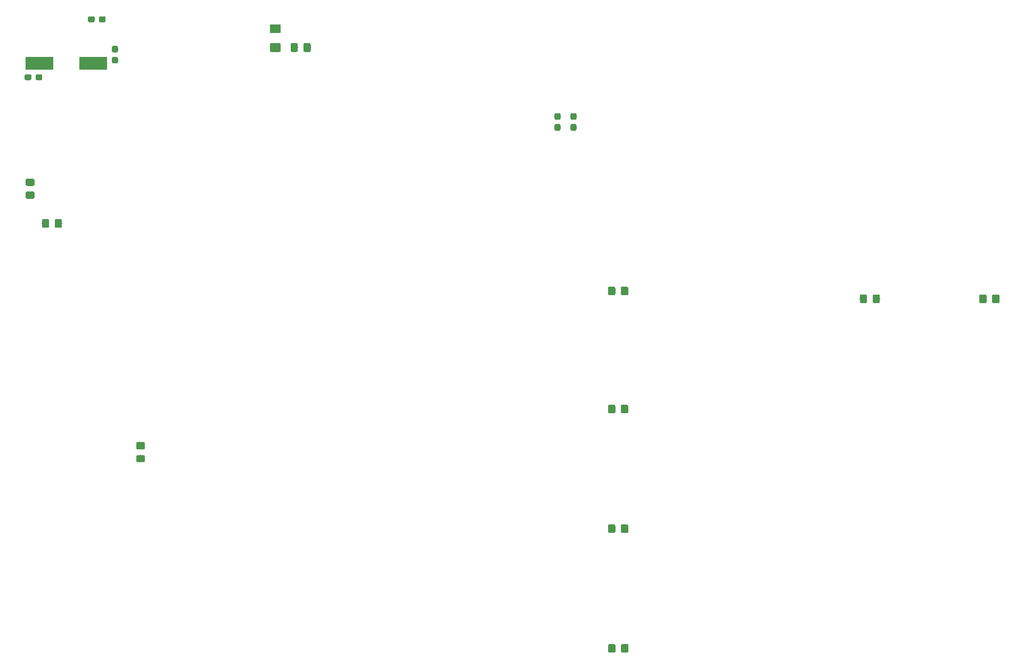
<source format=gtp>
G04 #@! TF.GenerationSoftware,KiCad,Pcbnew,(5.0.0)*
G04 #@! TF.CreationDate,2018-11-03T08:25:57+09:00*
G04 #@! TF.ProjectId,techinup_if,74656368696E75705F69662E6B696361,rev?*
G04 #@! TF.SameCoordinates,Original*
G04 #@! TF.FileFunction,Paste,Top*
G04 #@! TF.FilePolarity,Positive*
%FSLAX46Y46*%
G04 Gerber Fmt 4.6, Leading zero omitted, Abs format (unit mm)*
G04 Created by KiCad (PCBNEW (5.0.0)) date 11/03/18 08:25:57*
%MOMM*%
%LPD*%
G01*
G04 APERTURE LIST*
%ADD10C,0.100000*%
%ADD11C,1.150000*%
%ADD12C,1.425000*%
%ADD13C,0.950000*%
%ADD14R,4.500000X2.000000*%
G04 APERTURE END LIST*
D10*
G04 #@! TO.C,C1*
G36*
X165349505Y-101801204D02*
X165373773Y-101804804D01*
X165397572Y-101810765D01*
X165420671Y-101819030D01*
X165442850Y-101829520D01*
X165463893Y-101842132D01*
X165483599Y-101856747D01*
X165501777Y-101873223D01*
X165518253Y-101891401D01*
X165532868Y-101911107D01*
X165545480Y-101932150D01*
X165555970Y-101954329D01*
X165564235Y-101977428D01*
X165570196Y-102001227D01*
X165573796Y-102025495D01*
X165575000Y-102049999D01*
X165575000Y-102950001D01*
X165573796Y-102974505D01*
X165570196Y-102998773D01*
X165564235Y-103022572D01*
X165555970Y-103045671D01*
X165545480Y-103067850D01*
X165532868Y-103088893D01*
X165518253Y-103108599D01*
X165501777Y-103126777D01*
X165483599Y-103143253D01*
X165463893Y-103157868D01*
X165442850Y-103170480D01*
X165420671Y-103180970D01*
X165397572Y-103189235D01*
X165373773Y-103195196D01*
X165349505Y-103198796D01*
X165325001Y-103200000D01*
X164674999Y-103200000D01*
X164650495Y-103198796D01*
X164626227Y-103195196D01*
X164602428Y-103189235D01*
X164579329Y-103180970D01*
X164557150Y-103170480D01*
X164536107Y-103157868D01*
X164516401Y-103143253D01*
X164498223Y-103126777D01*
X164481747Y-103108599D01*
X164467132Y-103088893D01*
X164454520Y-103067850D01*
X164444030Y-103045671D01*
X164435765Y-103022572D01*
X164429804Y-102998773D01*
X164426204Y-102974505D01*
X164425000Y-102950001D01*
X164425000Y-102049999D01*
X164426204Y-102025495D01*
X164429804Y-102001227D01*
X164435765Y-101977428D01*
X164444030Y-101954329D01*
X164454520Y-101932150D01*
X164467132Y-101911107D01*
X164481747Y-101891401D01*
X164498223Y-101873223D01*
X164516401Y-101856747D01*
X164536107Y-101842132D01*
X164557150Y-101829520D01*
X164579329Y-101819030D01*
X164602428Y-101810765D01*
X164626227Y-101804804D01*
X164650495Y-101801204D01*
X164674999Y-101800000D01*
X165325001Y-101800000D01*
X165349505Y-101801204D01*
X165349505Y-101801204D01*
G37*
D11*
X165000000Y-102500000D03*
D10*
G36*
X167399505Y-101801204D02*
X167423773Y-101804804D01*
X167447572Y-101810765D01*
X167470671Y-101819030D01*
X167492850Y-101829520D01*
X167513893Y-101842132D01*
X167533599Y-101856747D01*
X167551777Y-101873223D01*
X167568253Y-101891401D01*
X167582868Y-101911107D01*
X167595480Y-101932150D01*
X167605970Y-101954329D01*
X167614235Y-101977428D01*
X167620196Y-102001227D01*
X167623796Y-102025495D01*
X167625000Y-102049999D01*
X167625000Y-102950001D01*
X167623796Y-102974505D01*
X167620196Y-102998773D01*
X167614235Y-103022572D01*
X167605970Y-103045671D01*
X167595480Y-103067850D01*
X167582868Y-103088893D01*
X167568253Y-103108599D01*
X167551777Y-103126777D01*
X167533599Y-103143253D01*
X167513893Y-103157868D01*
X167492850Y-103170480D01*
X167470671Y-103180970D01*
X167447572Y-103189235D01*
X167423773Y-103195196D01*
X167399505Y-103198796D01*
X167375001Y-103200000D01*
X166724999Y-103200000D01*
X166700495Y-103198796D01*
X166676227Y-103195196D01*
X166652428Y-103189235D01*
X166629329Y-103180970D01*
X166607150Y-103170480D01*
X166586107Y-103157868D01*
X166566401Y-103143253D01*
X166548223Y-103126777D01*
X166531747Y-103108599D01*
X166517132Y-103088893D01*
X166504520Y-103067850D01*
X166494030Y-103045671D01*
X166485765Y-103022572D01*
X166479804Y-102998773D01*
X166476204Y-102974505D01*
X166475000Y-102950001D01*
X166475000Y-102049999D01*
X166476204Y-102025495D01*
X166479804Y-102001227D01*
X166485765Y-101977428D01*
X166494030Y-101954329D01*
X166504520Y-101932150D01*
X166517132Y-101911107D01*
X166531747Y-101891401D01*
X166548223Y-101873223D01*
X166566401Y-101856747D01*
X166586107Y-101842132D01*
X166607150Y-101829520D01*
X166629329Y-101819030D01*
X166652428Y-101810765D01*
X166676227Y-101804804D01*
X166700495Y-101801204D01*
X166724999Y-101800000D01*
X167375001Y-101800000D01*
X167399505Y-101801204D01*
X167399505Y-101801204D01*
G37*
D11*
X167050000Y-102500000D03*
G04 #@! TD*
D10*
G04 #@! TO.C,C2*
G36*
X184349505Y-101801204D02*
X184373773Y-101804804D01*
X184397572Y-101810765D01*
X184420671Y-101819030D01*
X184442850Y-101829520D01*
X184463893Y-101842132D01*
X184483599Y-101856747D01*
X184501777Y-101873223D01*
X184518253Y-101891401D01*
X184532868Y-101911107D01*
X184545480Y-101932150D01*
X184555970Y-101954329D01*
X184564235Y-101977428D01*
X184570196Y-102001227D01*
X184573796Y-102025495D01*
X184575000Y-102049999D01*
X184575000Y-102950001D01*
X184573796Y-102974505D01*
X184570196Y-102998773D01*
X184564235Y-103022572D01*
X184555970Y-103045671D01*
X184545480Y-103067850D01*
X184532868Y-103088893D01*
X184518253Y-103108599D01*
X184501777Y-103126777D01*
X184483599Y-103143253D01*
X184463893Y-103157868D01*
X184442850Y-103170480D01*
X184420671Y-103180970D01*
X184397572Y-103189235D01*
X184373773Y-103195196D01*
X184349505Y-103198796D01*
X184325001Y-103200000D01*
X183674999Y-103200000D01*
X183650495Y-103198796D01*
X183626227Y-103195196D01*
X183602428Y-103189235D01*
X183579329Y-103180970D01*
X183557150Y-103170480D01*
X183536107Y-103157868D01*
X183516401Y-103143253D01*
X183498223Y-103126777D01*
X183481747Y-103108599D01*
X183467132Y-103088893D01*
X183454520Y-103067850D01*
X183444030Y-103045671D01*
X183435765Y-103022572D01*
X183429804Y-102998773D01*
X183426204Y-102974505D01*
X183425000Y-102950001D01*
X183425000Y-102049999D01*
X183426204Y-102025495D01*
X183429804Y-102001227D01*
X183435765Y-101977428D01*
X183444030Y-101954329D01*
X183454520Y-101932150D01*
X183467132Y-101911107D01*
X183481747Y-101891401D01*
X183498223Y-101873223D01*
X183516401Y-101856747D01*
X183536107Y-101842132D01*
X183557150Y-101829520D01*
X183579329Y-101819030D01*
X183602428Y-101810765D01*
X183626227Y-101804804D01*
X183650495Y-101801204D01*
X183674999Y-101800000D01*
X184325001Y-101800000D01*
X184349505Y-101801204D01*
X184349505Y-101801204D01*
G37*
D11*
X184000000Y-102500000D03*
D10*
G36*
X186399505Y-101801204D02*
X186423773Y-101804804D01*
X186447572Y-101810765D01*
X186470671Y-101819030D01*
X186492850Y-101829520D01*
X186513893Y-101842132D01*
X186533599Y-101856747D01*
X186551777Y-101873223D01*
X186568253Y-101891401D01*
X186582868Y-101911107D01*
X186595480Y-101932150D01*
X186605970Y-101954329D01*
X186614235Y-101977428D01*
X186620196Y-102001227D01*
X186623796Y-102025495D01*
X186625000Y-102049999D01*
X186625000Y-102950001D01*
X186623796Y-102974505D01*
X186620196Y-102998773D01*
X186614235Y-103022572D01*
X186605970Y-103045671D01*
X186595480Y-103067850D01*
X186582868Y-103088893D01*
X186568253Y-103108599D01*
X186551777Y-103126777D01*
X186533599Y-103143253D01*
X186513893Y-103157868D01*
X186492850Y-103170480D01*
X186470671Y-103180970D01*
X186447572Y-103189235D01*
X186423773Y-103195196D01*
X186399505Y-103198796D01*
X186375001Y-103200000D01*
X185724999Y-103200000D01*
X185700495Y-103198796D01*
X185676227Y-103195196D01*
X185652428Y-103189235D01*
X185629329Y-103180970D01*
X185607150Y-103170480D01*
X185586107Y-103157868D01*
X185566401Y-103143253D01*
X185548223Y-103126777D01*
X185531747Y-103108599D01*
X185517132Y-103088893D01*
X185504520Y-103067850D01*
X185494030Y-103045671D01*
X185485765Y-103022572D01*
X185479804Y-102998773D01*
X185476204Y-102974505D01*
X185475000Y-102950001D01*
X185475000Y-102049999D01*
X185476204Y-102025495D01*
X185479804Y-102001227D01*
X185485765Y-101977428D01*
X185494030Y-101954329D01*
X185504520Y-101932150D01*
X185517132Y-101911107D01*
X185531747Y-101891401D01*
X185548223Y-101873223D01*
X185566401Y-101856747D01*
X185586107Y-101842132D01*
X185607150Y-101829520D01*
X185629329Y-101819030D01*
X185652428Y-101810765D01*
X185676227Y-101804804D01*
X185700495Y-101801204D01*
X185724999Y-101800000D01*
X186375001Y-101800000D01*
X186399505Y-101801204D01*
X186399505Y-101801204D01*
G37*
D11*
X186050000Y-102500000D03*
G04 #@! TD*
D10*
G04 #@! TO.C,C3*
G36*
X50540505Y-125324204D02*
X50564773Y-125327804D01*
X50588572Y-125333765D01*
X50611671Y-125342030D01*
X50633850Y-125352520D01*
X50654893Y-125365132D01*
X50674599Y-125379747D01*
X50692777Y-125396223D01*
X50709253Y-125414401D01*
X50723868Y-125434107D01*
X50736480Y-125455150D01*
X50746970Y-125477329D01*
X50755235Y-125500428D01*
X50761196Y-125524227D01*
X50764796Y-125548495D01*
X50766000Y-125572999D01*
X50766000Y-126223001D01*
X50764796Y-126247505D01*
X50761196Y-126271773D01*
X50755235Y-126295572D01*
X50746970Y-126318671D01*
X50736480Y-126340850D01*
X50723868Y-126361893D01*
X50709253Y-126381599D01*
X50692777Y-126399777D01*
X50674599Y-126416253D01*
X50654893Y-126430868D01*
X50633850Y-126443480D01*
X50611671Y-126453970D01*
X50588572Y-126462235D01*
X50564773Y-126468196D01*
X50540505Y-126471796D01*
X50516001Y-126473000D01*
X49615999Y-126473000D01*
X49591495Y-126471796D01*
X49567227Y-126468196D01*
X49543428Y-126462235D01*
X49520329Y-126453970D01*
X49498150Y-126443480D01*
X49477107Y-126430868D01*
X49457401Y-126416253D01*
X49439223Y-126399777D01*
X49422747Y-126381599D01*
X49408132Y-126361893D01*
X49395520Y-126340850D01*
X49385030Y-126318671D01*
X49376765Y-126295572D01*
X49370804Y-126271773D01*
X49367204Y-126247505D01*
X49366000Y-126223001D01*
X49366000Y-125572999D01*
X49367204Y-125548495D01*
X49370804Y-125524227D01*
X49376765Y-125500428D01*
X49385030Y-125477329D01*
X49395520Y-125455150D01*
X49408132Y-125434107D01*
X49422747Y-125414401D01*
X49439223Y-125396223D01*
X49457401Y-125379747D01*
X49477107Y-125365132D01*
X49498150Y-125352520D01*
X49520329Y-125342030D01*
X49543428Y-125333765D01*
X49567227Y-125327804D01*
X49591495Y-125324204D01*
X49615999Y-125323000D01*
X50516001Y-125323000D01*
X50540505Y-125324204D01*
X50540505Y-125324204D01*
G37*
D11*
X50066000Y-125898000D03*
D10*
G36*
X50540505Y-127374204D02*
X50564773Y-127377804D01*
X50588572Y-127383765D01*
X50611671Y-127392030D01*
X50633850Y-127402520D01*
X50654893Y-127415132D01*
X50674599Y-127429747D01*
X50692777Y-127446223D01*
X50709253Y-127464401D01*
X50723868Y-127484107D01*
X50736480Y-127505150D01*
X50746970Y-127527329D01*
X50755235Y-127550428D01*
X50761196Y-127574227D01*
X50764796Y-127598495D01*
X50766000Y-127622999D01*
X50766000Y-128273001D01*
X50764796Y-128297505D01*
X50761196Y-128321773D01*
X50755235Y-128345572D01*
X50746970Y-128368671D01*
X50736480Y-128390850D01*
X50723868Y-128411893D01*
X50709253Y-128431599D01*
X50692777Y-128449777D01*
X50674599Y-128466253D01*
X50654893Y-128480868D01*
X50633850Y-128493480D01*
X50611671Y-128503970D01*
X50588572Y-128512235D01*
X50564773Y-128518196D01*
X50540505Y-128521796D01*
X50516001Y-128523000D01*
X49615999Y-128523000D01*
X49591495Y-128521796D01*
X49567227Y-128518196D01*
X49543428Y-128512235D01*
X49520329Y-128503970D01*
X49498150Y-128493480D01*
X49477107Y-128480868D01*
X49457401Y-128466253D01*
X49439223Y-128449777D01*
X49422747Y-128431599D01*
X49408132Y-128411893D01*
X49395520Y-128390850D01*
X49385030Y-128368671D01*
X49376765Y-128345572D01*
X49370804Y-128321773D01*
X49367204Y-128297505D01*
X49366000Y-128273001D01*
X49366000Y-127622999D01*
X49367204Y-127598495D01*
X49370804Y-127574227D01*
X49376765Y-127550428D01*
X49385030Y-127527329D01*
X49395520Y-127505150D01*
X49408132Y-127484107D01*
X49422747Y-127464401D01*
X49439223Y-127446223D01*
X49457401Y-127429747D01*
X49477107Y-127415132D01*
X49498150Y-127402520D01*
X49520329Y-127392030D01*
X49543428Y-127383765D01*
X49567227Y-127377804D01*
X49591495Y-127374204D01*
X49615999Y-127373000D01*
X50516001Y-127373000D01*
X50540505Y-127374204D01*
X50540505Y-127374204D01*
G37*
D11*
X50066000Y-127948000D03*
G04 #@! TD*
D10*
G04 #@! TO.C,C4*
G36*
X125327505Y-100561204D02*
X125351773Y-100564804D01*
X125375572Y-100570765D01*
X125398671Y-100579030D01*
X125420850Y-100589520D01*
X125441893Y-100602132D01*
X125461599Y-100616747D01*
X125479777Y-100633223D01*
X125496253Y-100651401D01*
X125510868Y-100671107D01*
X125523480Y-100692150D01*
X125533970Y-100714329D01*
X125542235Y-100737428D01*
X125548196Y-100761227D01*
X125551796Y-100785495D01*
X125553000Y-100809999D01*
X125553000Y-101710001D01*
X125551796Y-101734505D01*
X125548196Y-101758773D01*
X125542235Y-101782572D01*
X125533970Y-101805671D01*
X125523480Y-101827850D01*
X125510868Y-101848893D01*
X125496253Y-101868599D01*
X125479777Y-101886777D01*
X125461599Y-101903253D01*
X125441893Y-101917868D01*
X125420850Y-101930480D01*
X125398671Y-101940970D01*
X125375572Y-101949235D01*
X125351773Y-101955196D01*
X125327505Y-101958796D01*
X125303001Y-101960000D01*
X124652999Y-101960000D01*
X124628495Y-101958796D01*
X124604227Y-101955196D01*
X124580428Y-101949235D01*
X124557329Y-101940970D01*
X124535150Y-101930480D01*
X124514107Y-101917868D01*
X124494401Y-101903253D01*
X124476223Y-101886777D01*
X124459747Y-101868599D01*
X124445132Y-101848893D01*
X124432520Y-101827850D01*
X124422030Y-101805671D01*
X124413765Y-101782572D01*
X124407804Y-101758773D01*
X124404204Y-101734505D01*
X124403000Y-101710001D01*
X124403000Y-100809999D01*
X124404204Y-100785495D01*
X124407804Y-100761227D01*
X124413765Y-100737428D01*
X124422030Y-100714329D01*
X124432520Y-100692150D01*
X124445132Y-100671107D01*
X124459747Y-100651401D01*
X124476223Y-100633223D01*
X124494401Y-100616747D01*
X124514107Y-100602132D01*
X124535150Y-100589520D01*
X124557329Y-100579030D01*
X124580428Y-100570765D01*
X124604227Y-100564804D01*
X124628495Y-100561204D01*
X124652999Y-100560000D01*
X125303001Y-100560000D01*
X125327505Y-100561204D01*
X125327505Y-100561204D01*
G37*
D11*
X124978000Y-101260000D03*
D10*
G36*
X127377505Y-100561204D02*
X127401773Y-100564804D01*
X127425572Y-100570765D01*
X127448671Y-100579030D01*
X127470850Y-100589520D01*
X127491893Y-100602132D01*
X127511599Y-100616747D01*
X127529777Y-100633223D01*
X127546253Y-100651401D01*
X127560868Y-100671107D01*
X127573480Y-100692150D01*
X127583970Y-100714329D01*
X127592235Y-100737428D01*
X127598196Y-100761227D01*
X127601796Y-100785495D01*
X127603000Y-100809999D01*
X127603000Y-101710001D01*
X127601796Y-101734505D01*
X127598196Y-101758773D01*
X127592235Y-101782572D01*
X127583970Y-101805671D01*
X127573480Y-101827850D01*
X127560868Y-101848893D01*
X127546253Y-101868599D01*
X127529777Y-101886777D01*
X127511599Y-101903253D01*
X127491893Y-101917868D01*
X127470850Y-101930480D01*
X127448671Y-101940970D01*
X127425572Y-101949235D01*
X127401773Y-101955196D01*
X127377505Y-101958796D01*
X127353001Y-101960000D01*
X126702999Y-101960000D01*
X126678495Y-101958796D01*
X126654227Y-101955196D01*
X126630428Y-101949235D01*
X126607329Y-101940970D01*
X126585150Y-101930480D01*
X126564107Y-101917868D01*
X126544401Y-101903253D01*
X126526223Y-101886777D01*
X126509747Y-101868599D01*
X126495132Y-101848893D01*
X126482520Y-101827850D01*
X126472030Y-101805671D01*
X126463765Y-101782572D01*
X126457804Y-101758773D01*
X126454204Y-101734505D01*
X126453000Y-101710001D01*
X126453000Y-100809999D01*
X126454204Y-100785495D01*
X126457804Y-100761227D01*
X126463765Y-100737428D01*
X126472030Y-100714329D01*
X126482520Y-100692150D01*
X126495132Y-100671107D01*
X126509747Y-100651401D01*
X126526223Y-100633223D01*
X126544401Y-100616747D01*
X126564107Y-100602132D01*
X126585150Y-100589520D01*
X126607329Y-100579030D01*
X126630428Y-100570765D01*
X126654227Y-100564804D01*
X126678495Y-100561204D01*
X126702999Y-100560000D01*
X127353001Y-100560000D01*
X127377505Y-100561204D01*
X127377505Y-100561204D01*
G37*
D11*
X127028000Y-101260000D03*
G04 #@! TD*
D10*
G04 #@! TO.C,C5*
G36*
X125327505Y-119357204D02*
X125351773Y-119360804D01*
X125375572Y-119366765D01*
X125398671Y-119375030D01*
X125420850Y-119385520D01*
X125441893Y-119398132D01*
X125461599Y-119412747D01*
X125479777Y-119429223D01*
X125496253Y-119447401D01*
X125510868Y-119467107D01*
X125523480Y-119488150D01*
X125533970Y-119510329D01*
X125542235Y-119533428D01*
X125548196Y-119557227D01*
X125551796Y-119581495D01*
X125553000Y-119605999D01*
X125553000Y-120506001D01*
X125551796Y-120530505D01*
X125548196Y-120554773D01*
X125542235Y-120578572D01*
X125533970Y-120601671D01*
X125523480Y-120623850D01*
X125510868Y-120644893D01*
X125496253Y-120664599D01*
X125479777Y-120682777D01*
X125461599Y-120699253D01*
X125441893Y-120713868D01*
X125420850Y-120726480D01*
X125398671Y-120736970D01*
X125375572Y-120745235D01*
X125351773Y-120751196D01*
X125327505Y-120754796D01*
X125303001Y-120756000D01*
X124652999Y-120756000D01*
X124628495Y-120754796D01*
X124604227Y-120751196D01*
X124580428Y-120745235D01*
X124557329Y-120736970D01*
X124535150Y-120726480D01*
X124514107Y-120713868D01*
X124494401Y-120699253D01*
X124476223Y-120682777D01*
X124459747Y-120664599D01*
X124445132Y-120644893D01*
X124432520Y-120623850D01*
X124422030Y-120601671D01*
X124413765Y-120578572D01*
X124407804Y-120554773D01*
X124404204Y-120530505D01*
X124403000Y-120506001D01*
X124403000Y-119605999D01*
X124404204Y-119581495D01*
X124407804Y-119557227D01*
X124413765Y-119533428D01*
X124422030Y-119510329D01*
X124432520Y-119488150D01*
X124445132Y-119467107D01*
X124459747Y-119447401D01*
X124476223Y-119429223D01*
X124494401Y-119412747D01*
X124514107Y-119398132D01*
X124535150Y-119385520D01*
X124557329Y-119375030D01*
X124580428Y-119366765D01*
X124604227Y-119360804D01*
X124628495Y-119357204D01*
X124652999Y-119356000D01*
X125303001Y-119356000D01*
X125327505Y-119357204D01*
X125327505Y-119357204D01*
G37*
D11*
X124978000Y-120056000D03*
D10*
G36*
X127377505Y-119357204D02*
X127401773Y-119360804D01*
X127425572Y-119366765D01*
X127448671Y-119375030D01*
X127470850Y-119385520D01*
X127491893Y-119398132D01*
X127511599Y-119412747D01*
X127529777Y-119429223D01*
X127546253Y-119447401D01*
X127560868Y-119467107D01*
X127573480Y-119488150D01*
X127583970Y-119510329D01*
X127592235Y-119533428D01*
X127598196Y-119557227D01*
X127601796Y-119581495D01*
X127603000Y-119605999D01*
X127603000Y-120506001D01*
X127601796Y-120530505D01*
X127598196Y-120554773D01*
X127592235Y-120578572D01*
X127583970Y-120601671D01*
X127573480Y-120623850D01*
X127560868Y-120644893D01*
X127546253Y-120664599D01*
X127529777Y-120682777D01*
X127511599Y-120699253D01*
X127491893Y-120713868D01*
X127470850Y-120726480D01*
X127448671Y-120736970D01*
X127425572Y-120745235D01*
X127401773Y-120751196D01*
X127377505Y-120754796D01*
X127353001Y-120756000D01*
X126702999Y-120756000D01*
X126678495Y-120754796D01*
X126654227Y-120751196D01*
X126630428Y-120745235D01*
X126607329Y-120736970D01*
X126585150Y-120726480D01*
X126564107Y-120713868D01*
X126544401Y-120699253D01*
X126526223Y-120682777D01*
X126509747Y-120664599D01*
X126495132Y-120644893D01*
X126482520Y-120623850D01*
X126472030Y-120601671D01*
X126463765Y-120578572D01*
X126457804Y-120554773D01*
X126454204Y-120530505D01*
X126453000Y-120506001D01*
X126453000Y-119605999D01*
X126454204Y-119581495D01*
X126457804Y-119557227D01*
X126463765Y-119533428D01*
X126472030Y-119510329D01*
X126482520Y-119488150D01*
X126495132Y-119467107D01*
X126509747Y-119447401D01*
X126526223Y-119429223D01*
X126544401Y-119412747D01*
X126564107Y-119398132D01*
X126585150Y-119385520D01*
X126607329Y-119375030D01*
X126630428Y-119366765D01*
X126654227Y-119360804D01*
X126678495Y-119357204D01*
X126702999Y-119356000D01*
X127353001Y-119356000D01*
X127377505Y-119357204D01*
X127377505Y-119357204D01*
G37*
D11*
X127028000Y-120056000D03*
G04 #@! TD*
D10*
G04 #@! TO.C,C6*
G36*
X125327505Y-138407204D02*
X125351773Y-138410804D01*
X125375572Y-138416765D01*
X125398671Y-138425030D01*
X125420850Y-138435520D01*
X125441893Y-138448132D01*
X125461599Y-138462747D01*
X125479777Y-138479223D01*
X125496253Y-138497401D01*
X125510868Y-138517107D01*
X125523480Y-138538150D01*
X125533970Y-138560329D01*
X125542235Y-138583428D01*
X125548196Y-138607227D01*
X125551796Y-138631495D01*
X125553000Y-138655999D01*
X125553000Y-139556001D01*
X125551796Y-139580505D01*
X125548196Y-139604773D01*
X125542235Y-139628572D01*
X125533970Y-139651671D01*
X125523480Y-139673850D01*
X125510868Y-139694893D01*
X125496253Y-139714599D01*
X125479777Y-139732777D01*
X125461599Y-139749253D01*
X125441893Y-139763868D01*
X125420850Y-139776480D01*
X125398671Y-139786970D01*
X125375572Y-139795235D01*
X125351773Y-139801196D01*
X125327505Y-139804796D01*
X125303001Y-139806000D01*
X124652999Y-139806000D01*
X124628495Y-139804796D01*
X124604227Y-139801196D01*
X124580428Y-139795235D01*
X124557329Y-139786970D01*
X124535150Y-139776480D01*
X124514107Y-139763868D01*
X124494401Y-139749253D01*
X124476223Y-139732777D01*
X124459747Y-139714599D01*
X124445132Y-139694893D01*
X124432520Y-139673850D01*
X124422030Y-139651671D01*
X124413765Y-139628572D01*
X124407804Y-139604773D01*
X124404204Y-139580505D01*
X124403000Y-139556001D01*
X124403000Y-138655999D01*
X124404204Y-138631495D01*
X124407804Y-138607227D01*
X124413765Y-138583428D01*
X124422030Y-138560329D01*
X124432520Y-138538150D01*
X124445132Y-138517107D01*
X124459747Y-138497401D01*
X124476223Y-138479223D01*
X124494401Y-138462747D01*
X124514107Y-138448132D01*
X124535150Y-138435520D01*
X124557329Y-138425030D01*
X124580428Y-138416765D01*
X124604227Y-138410804D01*
X124628495Y-138407204D01*
X124652999Y-138406000D01*
X125303001Y-138406000D01*
X125327505Y-138407204D01*
X125327505Y-138407204D01*
G37*
D11*
X124978000Y-139106000D03*
D10*
G36*
X127377505Y-138407204D02*
X127401773Y-138410804D01*
X127425572Y-138416765D01*
X127448671Y-138425030D01*
X127470850Y-138435520D01*
X127491893Y-138448132D01*
X127511599Y-138462747D01*
X127529777Y-138479223D01*
X127546253Y-138497401D01*
X127560868Y-138517107D01*
X127573480Y-138538150D01*
X127583970Y-138560329D01*
X127592235Y-138583428D01*
X127598196Y-138607227D01*
X127601796Y-138631495D01*
X127603000Y-138655999D01*
X127603000Y-139556001D01*
X127601796Y-139580505D01*
X127598196Y-139604773D01*
X127592235Y-139628572D01*
X127583970Y-139651671D01*
X127573480Y-139673850D01*
X127560868Y-139694893D01*
X127546253Y-139714599D01*
X127529777Y-139732777D01*
X127511599Y-139749253D01*
X127491893Y-139763868D01*
X127470850Y-139776480D01*
X127448671Y-139786970D01*
X127425572Y-139795235D01*
X127401773Y-139801196D01*
X127377505Y-139804796D01*
X127353001Y-139806000D01*
X126702999Y-139806000D01*
X126678495Y-139804796D01*
X126654227Y-139801196D01*
X126630428Y-139795235D01*
X126607329Y-139786970D01*
X126585150Y-139776480D01*
X126564107Y-139763868D01*
X126544401Y-139749253D01*
X126526223Y-139732777D01*
X126509747Y-139714599D01*
X126495132Y-139694893D01*
X126482520Y-139673850D01*
X126472030Y-139651671D01*
X126463765Y-139628572D01*
X126457804Y-139604773D01*
X126454204Y-139580505D01*
X126453000Y-139556001D01*
X126453000Y-138655999D01*
X126454204Y-138631495D01*
X126457804Y-138607227D01*
X126463765Y-138583428D01*
X126472030Y-138560329D01*
X126482520Y-138538150D01*
X126495132Y-138517107D01*
X126509747Y-138497401D01*
X126526223Y-138479223D01*
X126544401Y-138462747D01*
X126564107Y-138448132D01*
X126585150Y-138435520D01*
X126607329Y-138425030D01*
X126630428Y-138416765D01*
X126654227Y-138410804D01*
X126678495Y-138407204D01*
X126702999Y-138406000D01*
X127353001Y-138406000D01*
X127377505Y-138407204D01*
X127377505Y-138407204D01*
G37*
D11*
X127028000Y-139106000D03*
G04 #@! TD*
D10*
G04 #@! TO.C,C7*
G36*
X125349505Y-157457204D02*
X125373773Y-157460804D01*
X125397572Y-157466765D01*
X125420671Y-157475030D01*
X125442850Y-157485520D01*
X125463893Y-157498132D01*
X125483599Y-157512747D01*
X125501777Y-157529223D01*
X125518253Y-157547401D01*
X125532868Y-157567107D01*
X125545480Y-157588150D01*
X125555970Y-157610329D01*
X125564235Y-157633428D01*
X125570196Y-157657227D01*
X125573796Y-157681495D01*
X125575000Y-157705999D01*
X125575000Y-158606001D01*
X125573796Y-158630505D01*
X125570196Y-158654773D01*
X125564235Y-158678572D01*
X125555970Y-158701671D01*
X125545480Y-158723850D01*
X125532868Y-158744893D01*
X125518253Y-158764599D01*
X125501777Y-158782777D01*
X125483599Y-158799253D01*
X125463893Y-158813868D01*
X125442850Y-158826480D01*
X125420671Y-158836970D01*
X125397572Y-158845235D01*
X125373773Y-158851196D01*
X125349505Y-158854796D01*
X125325001Y-158856000D01*
X124674999Y-158856000D01*
X124650495Y-158854796D01*
X124626227Y-158851196D01*
X124602428Y-158845235D01*
X124579329Y-158836970D01*
X124557150Y-158826480D01*
X124536107Y-158813868D01*
X124516401Y-158799253D01*
X124498223Y-158782777D01*
X124481747Y-158764599D01*
X124467132Y-158744893D01*
X124454520Y-158723850D01*
X124444030Y-158701671D01*
X124435765Y-158678572D01*
X124429804Y-158654773D01*
X124426204Y-158630505D01*
X124425000Y-158606001D01*
X124425000Y-157705999D01*
X124426204Y-157681495D01*
X124429804Y-157657227D01*
X124435765Y-157633428D01*
X124444030Y-157610329D01*
X124454520Y-157588150D01*
X124467132Y-157567107D01*
X124481747Y-157547401D01*
X124498223Y-157529223D01*
X124516401Y-157512747D01*
X124536107Y-157498132D01*
X124557150Y-157485520D01*
X124579329Y-157475030D01*
X124602428Y-157466765D01*
X124626227Y-157460804D01*
X124650495Y-157457204D01*
X124674999Y-157456000D01*
X125325001Y-157456000D01*
X125349505Y-157457204D01*
X125349505Y-157457204D01*
G37*
D11*
X125000000Y-158156000D03*
D10*
G36*
X127399505Y-157457204D02*
X127423773Y-157460804D01*
X127447572Y-157466765D01*
X127470671Y-157475030D01*
X127492850Y-157485520D01*
X127513893Y-157498132D01*
X127533599Y-157512747D01*
X127551777Y-157529223D01*
X127568253Y-157547401D01*
X127582868Y-157567107D01*
X127595480Y-157588150D01*
X127605970Y-157610329D01*
X127614235Y-157633428D01*
X127620196Y-157657227D01*
X127623796Y-157681495D01*
X127625000Y-157705999D01*
X127625000Y-158606001D01*
X127623796Y-158630505D01*
X127620196Y-158654773D01*
X127614235Y-158678572D01*
X127605970Y-158701671D01*
X127595480Y-158723850D01*
X127582868Y-158744893D01*
X127568253Y-158764599D01*
X127551777Y-158782777D01*
X127533599Y-158799253D01*
X127513893Y-158813868D01*
X127492850Y-158826480D01*
X127470671Y-158836970D01*
X127447572Y-158845235D01*
X127423773Y-158851196D01*
X127399505Y-158854796D01*
X127375001Y-158856000D01*
X126724999Y-158856000D01*
X126700495Y-158854796D01*
X126676227Y-158851196D01*
X126652428Y-158845235D01*
X126629329Y-158836970D01*
X126607150Y-158826480D01*
X126586107Y-158813868D01*
X126566401Y-158799253D01*
X126548223Y-158782777D01*
X126531747Y-158764599D01*
X126517132Y-158744893D01*
X126504520Y-158723850D01*
X126494030Y-158701671D01*
X126485765Y-158678572D01*
X126479804Y-158654773D01*
X126476204Y-158630505D01*
X126475000Y-158606001D01*
X126475000Y-157705999D01*
X126476204Y-157681495D01*
X126479804Y-157657227D01*
X126485765Y-157633428D01*
X126494030Y-157610329D01*
X126504520Y-157588150D01*
X126517132Y-157567107D01*
X126531747Y-157547401D01*
X126548223Y-157529223D01*
X126566401Y-157512747D01*
X126586107Y-157498132D01*
X126607150Y-157485520D01*
X126629329Y-157475030D01*
X126652428Y-157466765D01*
X126676227Y-157460804D01*
X126700495Y-157457204D01*
X126724999Y-157456000D01*
X127375001Y-157456000D01*
X127399505Y-157457204D01*
X127399505Y-157457204D01*
G37*
D11*
X127050000Y-158156000D03*
G04 #@! TD*
D10*
G04 #@! TO.C,C12*
G36*
X72149504Y-58788704D02*
X72173773Y-58792304D01*
X72197571Y-58798265D01*
X72220671Y-58806530D01*
X72242849Y-58817020D01*
X72263893Y-58829633D01*
X72283598Y-58844247D01*
X72301777Y-58860723D01*
X72318253Y-58878902D01*
X72332867Y-58898607D01*
X72345480Y-58919651D01*
X72355970Y-58941829D01*
X72364235Y-58964929D01*
X72370196Y-58988727D01*
X72373796Y-59012996D01*
X72375000Y-59037500D01*
X72375000Y-59962500D01*
X72373796Y-59987004D01*
X72370196Y-60011273D01*
X72364235Y-60035071D01*
X72355970Y-60058171D01*
X72345480Y-60080349D01*
X72332867Y-60101393D01*
X72318253Y-60121098D01*
X72301777Y-60139277D01*
X72283598Y-60155753D01*
X72263893Y-60170367D01*
X72242849Y-60182980D01*
X72220671Y-60193470D01*
X72197571Y-60201735D01*
X72173773Y-60207696D01*
X72149504Y-60211296D01*
X72125000Y-60212500D01*
X70875000Y-60212500D01*
X70850496Y-60211296D01*
X70826227Y-60207696D01*
X70802429Y-60201735D01*
X70779329Y-60193470D01*
X70757151Y-60182980D01*
X70736107Y-60170367D01*
X70716402Y-60155753D01*
X70698223Y-60139277D01*
X70681747Y-60121098D01*
X70667133Y-60101393D01*
X70654520Y-60080349D01*
X70644030Y-60058171D01*
X70635765Y-60035071D01*
X70629804Y-60011273D01*
X70626204Y-59987004D01*
X70625000Y-59962500D01*
X70625000Y-59037500D01*
X70626204Y-59012996D01*
X70629804Y-58988727D01*
X70635765Y-58964929D01*
X70644030Y-58941829D01*
X70654520Y-58919651D01*
X70667133Y-58898607D01*
X70681747Y-58878902D01*
X70698223Y-58860723D01*
X70716402Y-58844247D01*
X70736107Y-58829633D01*
X70757151Y-58817020D01*
X70779329Y-58806530D01*
X70802429Y-58798265D01*
X70826227Y-58792304D01*
X70850496Y-58788704D01*
X70875000Y-58787500D01*
X72125000Y-58787500D01*
X72149504Y-58788704D01*
X72149504Y-58788704D01*
G37*
D12*
X71500000Y-59500000D03*
D10*
G36*
X72149504Y-61763704D02*
X72173773Y-61767304D01*
X72197571Y-61773265D01*
X72220671Y-61781530D01*
X72242849Y-61792020D01*
X72263893Y-61804633D01*
X72283598Y-61819247D01*
X72301777Y-61835723D01*
X72318253Y-61853902D01*
X72332867Y-61873607D01*
X72345480Y-61894651D01*
X72355970Y-61916829D01*
X72364235Y-61939929D01*
X72370196Y-61963727D01*
X72373796Y-61987996D01*
X72375000Y-62012500D01*
X72375000Y-62937500D01*
X72373796Y-62962004D01*
X72370196Y-62986273D01*
X72364235Y-63010071D01*
X72355970Y-63033171D01*
X72345480Y-63055349D01*
X72332867Y-63076393D01*
X72318253Y-63096098D01*
X72301777Y-63114277D01*
X72283598Y-63130753D01*
X72263893Y-63145367D01*
X72242849Y-63157980D01*
X72220671Y-63168470D01*
X72197571Y-63176735D01*
X72173773Y-63182696D01*
X72149504Y-63186296D01*
X72125000Y-63187500D01*
X70875000Y-63187500D01*
X70850496Y-63186296D01*
X70826227Y-63182696D01*
X70802429Y-63176735D01*
X70779329Y-63168470D01*
X70757151Y-63157980D01*
X70736107Y-63145367D01*
X70716402Y-63130753D01*
X70698223Y-63114277D01*
X70681747Y-63096098D01*
X70667133Y-63076393D01*
X70654520Y-63055349D01*
X70644030Y-63033171D01*
X70635765Y-63010071D01*
X70629804Y-62986273D01*
X70626204Y-62962004D01*
X70625000Y-62937500D01*
X70625000Y-62012500D01*
X70626204Y-61987996D01*
X70629804Y-61963727D01*
X70635765Y-61939929D01*
X70644030Y-61916829D01*
X70654520Y-61894651D01*
X70667133Y-61873607D01*
X70681747Y-61853902D01*
X70698223Y-61835723D01*
X70716402Y-61819247D01*
X70736107Y-61804633D01*
X70757151Y-61792020D01*
X70779329Y-61781530D01*
X70802429Y-61773265D01*
X70826227Y-61767304D01*
X70850496Y-61763704D01*
X70875000Y-61762500D01*
X72125000Y-61762500D01*
X72149504Y-61763704D01*
X72149504Y-61763704D01*
G37*
D12*
X71500000Y-62475000D03*
G04 #@! TD*
D10*
G04 #@! TO.C,C13*
G36*
X35299505Y-89801204D02*
X35323773Y-89804804D01*
X35347572Y-89810765D01*
X35370671Y-89819030D01*
X35392850Y-89829520D01*
X35413893Y-89842132D01*
X35433599Y-89856747D01*
X35451777Y-89873223D01*
X35468253Y-89891401D01*
X35482868Y-89911107D01*
X35495480Y-89932150D01*
X35505970Y-89954329D01*
X35514235Y-89977428D01*
X35520196Y-90001227D01*
X35523796Y-90025495D01*
X35525000Y-90049999D01*
X35525000Y-90950001D01*
X35523796Y-90974505D01*
X35520196Y-90998773D01*
X35514235Y-91022572D01*
X35505970Y-91045671D01*
X35495480Y-91067850D01*
X35482868Y-91088893D01*
X35468253Y-91108599D01*
X35451777Y-91126777D01*
X35433599Y-91143253D01*
X35413893Y-91157868D01*
X35392850Y-91170480D01*
X35370671Y-91180970D01*
X35347572Y-91189235D01*
X35323773Y-91195196D01*
X35299505Y-91198796D01*
X35275001Y-91200000D01*
X34624999Y-91200000D01*
X34600495Y-91198796D01*
X34576227Y-91195196D01*
X34552428Y-91189235D01*
X34529329Y-91180970D01*
X34507150Y-91170480D01*
X34486107Y-91157868D01*
X34466401Y-91143253D01*
X34448223Y-91126777D01*
X34431747Y-91108599D01*
X34417132Y-91088893D01*
X34404520Y-91067850D01*
X34394030Y-91045671D01*
X34385765Y-91022572D01*
X34379804Y-90998773D01*
X34376204Y-90974505D01*
X34375000Y-90950001D01*
X34375000Y-90049999D01*
X34376204Y-90025495D01*
X34379804Y-90001227D01*
X34385765Y-89977428D01*
X34394030Y-89954329D01*
X34404520Y-89932150D01*
X34417132Y-89911107D01*
X34431747Y-89891401D01*
X34448223Y-89873223D01*
X34466401Y-89856747D01*
X34486107Y-89842132D01*
X34507150Y-89829520D01*
X34529329Y-89819030D01*
X34552428Y-89810765D01*
X34576227Y-89804804D01*
X34600495Y-89801204D01*
X34624999Y-89800000D01*
X35275001Y-89800000D01*
X35299505Y-89801204D01*
X35299505Y-89801204D01*
G37*
D11*
X34950000Y-90500000D03*
D10*
G36*
X37349505Y-89801204D02*
X37373773Y-89804804D01*
X37397572Y-89810765D01*
X37420671Y-89819030D01*
X37442850Y-89829520D01*
X37463893Y-89842132D01*
X37483599Y-89856747D01*
X37501777Y-89873223D01*
X37518253Y-89891401D01*
X37532868Y-89911107D01*
X37545480Y-89932150D01*
X37555970Y-89954329D01*
X37564235Y-89977428D01*
X37570196Y-90001227D01*
X37573796Y-90025495D01*
X37575000Y-90049999D01*
X37575000Y-90950001D01*
X37573796Y-90974505D01*
X37570196Y-90998773D01*
X37564235Y-91022572D01*
X37555970Y-91045671D01*
X37545480Y-91067850D01*
X37532868Y-91088893D01*
X37518253Y-91108599D01*
X37501777Y-91126777D01*
X37483599Y-91143253D01*
X37463893Y-91157868D01*
X37442850Y-91170480D01*
X37420671Y-91180970D01*
X37397572Y-91189235D01*
X37373773Y-91195196D01*
X37349505Y-91198796D01*
X37325001Y-91200000D01*
X36674999Y-91200000D01*
X36650495Y-91198796D01*
X36626227Y-91195196D01*
X36602428Y-91189235D01*
X36579329Y-91180970D01*
X36557150Y-91170480D01*
X36536107Y-91157868D01*
X36516401Y-91143253D01*
X36498223Y-91126777D01*
X36481747Y-91108599D01*
X36467132Y-91088893D01*
X36454520Y-91067850D01*
X36444030Y-91045671D01*
X36435765Y-91022572D01*
X36429804Y-90998773D01*
X36426204Y-90974505D01*
X36425000Y-90950001D01*
X36425000Y-90049999D01*
X36426204Y-90025495D01*
X36429804Y-90001227D01*
X36435765Y-89977428D01*
X36444030Y-89954329D01*
X36454520Y-89932150D01*
X36467132Y-89911107D01*
X36481747Y-89891401D01*
X36498223Y-89873223D01*
X36516401Y-89856747D01*
X36536107Y-89842132D01*
X36557150Y-89829520D01*
X36579329Y-89819030D01*
X36602428Y-89810765D01*
X36626227Y-89804804D01*
X36650495Y-89801204D01*
X36674999Y-89800000D01*
X37325001Y-89800000D01*
X37349505Y-89801204D01*
X37349505Y-89801204D01*
G37*
D11*
X37000000Y-90500000D03*
G04 #@! TD*
D10*
G04 #@! TO.C,C15*
G36*
X32974505Y-85426204D02*
X32998773Y-85429804D01*
X33022572Y-85435765D01*
X33045671Y-85444030D01*
X33067850Y-85454520D01*
X33088893Y-85467132D01*
X33108599Y-85481747D01*
X33126777Y-85498223D01*
X33143253Y-85516401D01*
X33157868Y-85536107D01*
X33170480Y-85557150D01*
X33180970Y-85579329D01*
X33189235Y-85602428D01*
X33195196Y-85626227D01*
X33198796Y-85650495D01*
X33200000Y-85674999D01*
X33200000Y-86325001D01*
X33198796Y-86349505D01*
X33195196Y-86373773D01*
X33189235Y-86397572D01*
X33180970Y-86420671D01*
X33170480Y-86442850D01*
X33157868Y-86463893D01*
X33143253Y-86483599D01*
X33126777Y-86501777D01*
X33108599Y-86518253D01*
X33088893Y-86532868D01*
X33067850Y-86545480D01*
X33045671Y-86555970D01*
X33022572Y-86564235D01*
X32998773Y-86570196D01*
X32974505Y-86573796D01*
X32950001Y-86575000D01*
X32049999Y-86575000D01*
X32025495Y-86573796D01*
X32001227Y-86570196D01*
X31977428Y-86564235D01*
X31954329Y-86555970D01*
X31932150Y-86545480D01*
X31911107Y-86532868D01*
X31891401Y-86518253D01*
X31873223Y-86501777D01*
X31856747Y-86483599D01*
X31842132Y-86463893D01*
X31829520Y-86442850D01*
X31819030Y-86420671D01*
X31810765Y-86397572D01*
X31804804Y-86373773D01*
X31801204Y-86349505D01*
X31800000Y-86325001D01*
X31800000Y-85674999D01*
X31801204Y-85650495D01*
X31804804Y-85626227D01*
X31810765Y-85602428D01*
X31819030Y-85579329D01*
X31829520Y-85557150D01*
X31842132Y-85536107D01*
X31856747Y-85516401D01*
X31873223Y-85498223D01*
X31891401Y-85481747D01*
X31911107Y-85467132D01*
X31932150Y-85454520D01*
X31954329Y-85444030D01*
X31977428Y-85435765D01*
X32001227Y-85429804D01*
X32025495Y-85426204D01*
X32049999Y-85425000D01*
X32950001Y-85425000D01*
X32974505Y-85426204D01*
X32974505Y-85426204D01*
G37*
D11*
X32500000Y-86000000D03*
D10*
G36*
X32974505Y-83376204D02*
X32998773Y-83379804D01*
X33022572Y-83385765D01*
X33045671Y-83394030D01*
X33067850Y-83404520D01*
X33088893Y-83417132D01*
X33108599Y-83431747D01*
X33126777Y-83448223D01*
X33143253Y-83466401D01*
X33157868Y-83486107D01*
X33170480Y-83507150D01*
X33180970Y-83529329D01*
X33189235Y-83552428D01*
X33195196Y-83576227D01*
X33198796Y-83600495D01*
X33200000Y-83624999D01*
X33200000Y-84275001D01*
X33198796Y-84299505D01*
X33195196Y-84323773D01*
X33189235Y-84347572D01*
X33180970Y-84370671D01*
X33170480Y-84392850D01*
X33157868Y-84413893D01*
X33143253Y-84433599D01*
X33126777Y-84451777D01*
X33108599Y-84468253D01*
X33088893Y-84482868D01*
X33067850Y-84495480D01*
X33045671Y-84505970D01*
X33022572Y-84514235D01*
X32998773Y-84520196D01*
X32974505Y-84523796D01*
X32950001Y-84525000D01*
X32049999Y-84525000D01*
X32025495Y-84523796D01*
X32001227Y-84520196D01*
X31977428Y-84514235D01*
X31954329Y-84505970D01*
X31932150Y-84495480D01*
X31911107Y-84482868D01*
X31891401Y-84468253D01*
X31873223Y-84451777D01*
X31856747Y-84433599D01*
X31842132Y-84413893D01*
X31829520Y-84392850D01*
X31819030Y-84370671D01*
X31810765Y-84347572D01*
X31804804Y-84323773D01*
X31801204Y-84299505D01*
X31800000Y-84275001D01*
X31800000Y-83624999D01*
X31801204Y-83600495D01*
X31804804Y-83576227D01*
X31810765Y-83552428D01*
X31819030Y-83529329D01*
X31829520Y-83507150D01*
X31842132Y-83486107D01*
X31856747Y-83466401D01*
X31873223Y-83448223D01*
X31891401Y-83431747D01*
X31911107Y-83417132D01*
X31932150Y-83404520D01*
X31954329Y-83394030D01*
X31977428Y-83385765D01*
X32001227Y-83379804D01*
X32025495Y-83376204D01*
X32049999Y-83375000D01*
X32950001Y-83375000D01*
X32974505Y-83376204D01*
X32974505Y-83376204D01*
G37*
D11*
X32500000Y-83950000D03*
G04 #@! TD*
D10*
G04 #@! TO.C,C16*
G36*
X34233779Y-66750144D02*
X34256834Y-66753563D01*
X34279443Y-66759227D01*
X34301387Y-66767079D01*
X34322457Y-66777044D01*
X34342448Y-66789026D01*
X34361168Y-66802910D01*
X34378438Y-66818562D01*
X34394090Y-66835832D01*
X34407974Y-66854552D01*
X34419956Y-66874543D01*
X34429921Y-66895613D01*
X34437773Y-66917557D01*
X34443437Y-66940166D01*
X34446856Y-66963221D01*
X34448000Y-66986500D01*
X34448000Y-67461500D01*
X34446856Y-67484779D01*
X34443437Y-67507834D01*
X34437773Y-67530443D01*
X34429921Y-67552387D01*
X34419956Y-67573457D01*
X34407974Y-67593448D01*
X34394090Y-67612168D01*
X34378438Y-67629438D01*
X34361168Y-67645090D01*
X34342448Y-67658974D01*
X34322457Y-67670956D01*
X34301387Y-67680921D01*
X34279443Y-67688773D01*
X34256834Y-67694437D01*
X34233779Y-67697856D01*
X34210500Y-67699000D01*
X33635500Y-67699000D01*
X33612221Y-67697856D01*
X33589166Y-67694437D01*
X33566557Y-67688773D01*
X33544613Y-67680921D01*
X33523543Y-67670956D01*
X33503552Y-67658974D01*
X33484832Y-67645090D01*
X33467562Y-67629438D01*
X33451910Y-67612168D01*
X33438026Y-67593448D01*
X33426044Y-67573457D01*
X33416079Y-67552387D01*
X33408227Y-67530443D01*
X33402563Y-67507834D01*
X33399144Y-67484779D01*
X33398000Y-67461500D01*
X33398000Y-66986500D01*
X33399144Y-66963221D01*
X33402563Y-66940166D01*
X33408227Y-66917557D01*
X33416079Y-66895613D01*
X33426044Y-66874543D01*
X33438026Y-66854552D01*
X33451910Y-66835832D01*
X33467562Y-66818562D01*
X33484832Y-66802910D01*
X33503552Y-66789026D01*
X33523543Y-66777044D01*
X33544613Y-66767079D01*
X33566557Y-66759227D01*
X33589166Y-66753563D01*
X33612221Y-66750144D01*
X33635500Y-66749000D01*
X34210500Y-66749000D01*
X34233779Y-66750144D01*
X34233779Y-66750144D01*
G37*
D13*
X33923000Y-67224000D03*
D10*
G36*
X32483779Y-66750144D02*
X32506834Y-66753563D01*
X32529443Y-66759227D01*
X32551387Y-66767079D01*
X32572457Y-66777044D01*
X32592448Y-66789026D01*
X32611168Y-66802910D01*
X32628438Y-66818562D01*
X32644090Y-66835832D01*
X32657974Y-66854552D01*
X32669956Y-66874543D01*
X32679921Y-66895613D01*
X32687773Y-66917557D01*
X32693437Y-66940166D01*
X32696856Y-66963221D01*
X32698000Y-66986500D01*
X32698000Y-67461500D01*
X32696856Y-67484779D01*
X32693437Y-67507834D01*
X32687773Y-67530443D01*
X32679921Y-67552387D01*
X32669956Y-67573457D01*
X32657974Y-67593448D01*
X32644090Y-67612168D01*
X32628438Y-67629438D01*
X32611168Y-67645090D01*
X32592448Y-67658974D01*
X32572457Y-67670956D01*
X32551387Y-67680921D01*
X32529443Y-67688773D01*
X32506834Y-67694437D01*
X32483779Y-67697856D01*
X32460500Y-67699000D01*
X31885500Y-67699000D01*
X31862221Y-67697856D01*
X31839166Y-67694437D01*
X31816557Y-67688773D01*
X31794613Y-67680921D01*
X31773543Y-67670956D01*
X31753552Y-67658974D01*
X31734832Y-67645090D01*
X31717562Y-67629438D01*
X31701910Y-67612168D01*
X31688026Y-67593448D01*
X31676044Y-67573457D01*
X31666079Y-67552387D01*
X31658227Y-67530443D01*
X31652563Y-67507834D01*
X31649144Y-67484779D01*
X31648000Y-67461500D01*
X31648000Y-66986500D01*
X31649144Y-66963221D01*
X31652563Y-66940166D01*
X31658227Y-66917557D01*
X31666079Y-66895613D01*
X31676044Y-66874543D01*
X31688026Y-66854552D01*
X31701910Y-66835832D01*
X31717562Y-66818562D01*
X31734832Y-66802910D01*
X31753552Y-66789026D01*
X31773543Y-66777044D01*
X31794613Y-66767079D01*
X31816557Y-66759227D01*
X31839166Y-66753563D01*
X31862221Y-66750144D01*
X31885500Y-66749000D01*
X32460500Y-66749000D01*
X32483779Y-66750144D01*
X32483779Y-66750144D01*
G37*
D13*
X32173000Y-67224000D03*
G04 #@! TD*
D10*
G04 #@! TO.C,C17*
G36*
X46260779Y-63976144D02*
X46283834Y-63979563D01*
X46306443Y-63985227D01*
X46328387Y-63993079D01*
X46349457Y-64003044D01*
X46369448Y-64015026D01*
X46388168Y-64028910D01*
X46405438Y-64044562D01*
X46421090Y-64061832D01*
X46434974Y-64080552D01*
X46446956Y-64100543D01*
X46456921Y-64121613D01*
X46464773Y-64143557D01*
X46470437Y-64166166D01*
X46473856Y-64189221D01*
X46475000Y-64212500D01*
X46475000Y-64787500D01*
X46473856Y-64810779D01*
X46470437Y-64833834D01*
X46464773Y-64856443D01*
X46456921Y-64878387D01*
X46446956Y-64899457D01*
X46434974Y-64919448D01*
X46421090Y-64938168D01*
X46405438Y-64955438D01*
X46388168Y-64971090D01*
X46369448Y-64984974D01*
X46349457Y-64996956D01*
X46328387Y-65006921D01*
X46306443Y-65014773D01*
X46283834Y-65020437D01*
X46260779Y-65023856D01*
X46237500Y-65025000D01*
X45762500Y-65025000D01*
X45739221Y-65023856D01*
X45716166Y-65020437D01*
X45693557Y-65014773D01*
X45671613Y-65006921D01*
X45650543Y-64996956D01*
X45630552Y-64984974D01*
X45611832Y-64971090D01*
X45594562Y-64955438D01*
X45578910Y-64938168D01*
X45565026Y-64919448D01*
X45553044Y-64899457D01*
X45543079Y-64878387D01*
X45535227Y-64856443D01*
X45529563Y-64833834D01*
X45526144Y-64810779D01*
X45525000Y-64787500D01*
X45525000Y-64212500D01*
X45526144Y-64189221D01*
X45529563Y-64166166D01*
X45535227Y-64143557D01*
X45543079Y-64121613D01*
X45553044Y-64100543D01*
X45565026Y-64080552D01*
X45578910Y-64061832D01*
X45594562Y-64044562D01*
X45611832Y-64028910D01*
X45630552Y-64015026D01*
X45650543Y-64003044D01*
X45671613Y-63993079D01*
X45693557Y-63985227D01*
X45716166Y-63979563D01*
X45739221Y-63976144D01*
X45762500Y-63975000D01*
X46237500Y-63975000D01*
X46260779Y-63976144D01*
X46260779Y-63976144D01*
G37*
D13*
X46000000Y-64500000D03*
D10*
G36*
X46260779Y-62226144D02*
X46283834Y-62229563D01*
X46306443Y-62235227D01*
X46328387Y-62243079D01*
X46349457Y-62253044D01*
X46369448Y-62265026D01*
X46388168Y-62278910D01*
X46405438Y-62294562D01*
X46421090Y-62311832D01*
X46434974Y-62330552D01*
X46446956Y-62350543D01*
X46456921Y-62371613D01*
X46464773Y-62393557D01*
X46470437Y-62416166D01*
X46473856Y-62439221D01*
X46475000Y-62462500D01*
X46475000Y-63037500D01*
X46473856Y-63060779D01*
X46470437Y-63083834D01*
X46464773Y-63106443D01*
X46456921Y-63128387D01*
X46446956Y-63149457D01*
X46434974Y-63169448D01*
X46421090Y-63188168D01*
X46405438Y-63205438D01*
X46388168Y-63221090D01*
X46369448Y-63234974D01*
X46349457Y-63246956D01*
X46328387Y-63256921D01*
X46306443Y-63264773D01*
X46283834Y-63270437D01*
X46260779Y-63273856D01*
X46237500Y-63275000D01*
X45762500Y-63275000D01*
X45739221Y-63273856D01*
X45716166Y-63270437D01*
X45693557Y-63264773D01*
X45671613Y-63256921D01*
X45650543Y-63246956D01*
X45630552Y-63234974D01*
X45611832Y-63221090D01*
X45594562Y-63205438D01*
X45578910Y-63188168D01*
X45565026Y-63169448D01*
X45553044Y-63149457D01*
X45543079Y-63128387D01*
X45535227Y-63106443D01*
X45529563Y-63083834D01*
X45526144Y-63060779D01*
X45525000Y-63037500D01*
X45525000Y-62462500D01*
X45526144Y-62439221D01*
X45529563Y-62416166D01*
X45535227Y-62393557D01*
X45543079Y-62371613D01*
X45553044Y-62350543D01*
X45565026Y-62330552D01*
X45578910Y-62311832D01*
X45594562Y-62294562D01*
X45611832Y-62278910D01*
X45630552Y-62265026D01*
X45650543Y-62253044D01*
X45671613Y-62243079D01*
X45693557Y-62235227D01*
X45716166Y-62229563D01*
X45739221Y-62226144D01*
X45762500Y-62225000D01*
X46237500Y-62225000D01*
X46260779Y-62226144D01*
X46260779Y-62226144D01*
G37*
D13*
X46000000Y-62750000D03*
G04 #@! TD*
D10*
G04 #@! TO.C,F1*
G36*
X74849505Y-61801204D02*
X74873773Y-61804804D01*
X74897572Y-61810765D01*
X74920671Y-61819030D01*
X74942850Y-61829520D01*
X74963893Y-61842132D01*
X74983599Y-61856747D01*
X75001777Y-61873223D01*
X75018253Y-61891401D01*
X75032868Y-61911107D01*
X75045480Y-61932150D01*
X75055970Y-61954329D01*
X75064235Y-61977428D01*
X75070196Y-62001227D01*
X75073796Y-62025495D01*
X75075000Y-62049999D01*
X75075000Y-62950001D01*
X75073796Y-62974505D01*
X75070196Y-62998773D01*
X75064235Y-63022572D01*
X75055970Y-63045671D01*
X75045480Y-63067850D01*
X75032868Y-63088893D01*
X75018253Y-63108599D01*
X75001777Y-63126777D01*
X74983599Y-63143253D01*
X74963893Y-63157868D01*
X74942850Y-63170480D01*
X74920671Y-63180970D01*
X74897572Y-63189235D01*
X74873773Y-63195196D01*
X74849505Y-63198796D01*
X74825001Y-63200000D01*
X74174999Y-63200000D01*
X74150495Y-63198796D01*
X74126227Y-63195196D01*
X74102428Y-63189235D01*
X74079329Y-63180970D01*
X74057150Y-63170480D01*
X74036107Y-63157868D01*
X74016401Y-63143253D01*
X73998223Y-63126777D01*
X73981747Y-63108599D01*
X73967132Y-63088893D01*
X73954520Y-63067850D01*
X73944030Y-63045671D01*
X73935765Y-63022572D01*
X73929804Y-62998773D01*
X73926204Y-62974505D01*
X73925000Y-62950001D01*
X73925000Y-62049999D01*
X73926204Y-62025495D01*
X73929804Y-62001227D01*
X73935765Y-61977428D01*
X73944030Y-61954329D01*
X73954520Y-61932150D01*
X73967132Y-61911107D01*
X73981747Y-61891401D01*
X73998223Y-61873223D01*
X74016401Y-61856747D01*
X74036107Y-61842132D01*
X74057150Y-61829520D01*
X74079329Y-61819030D01*
X74102428Y-61810765D01*
X74126227Y-61804804D01*
X74150495Y-61801204D01*
X74174999Y-61800000D01*
X74825001Y-61800000D01*
X74849505Y-61801204D01*
X74849505Y-61801204D01*
G37*
D11*
X74500000Y-62500000D03*
D10*
G36*
X76899505Y-61801204D02*
X76923773Y-61804804D01*
X76947572Y-61810765D01*
X76970671Y-61819030D01*
X76992850Y-61829520D01*
X77013893Y-61842132D01*
X77033599Y-61856747D01*
X77051777Y-61873223D01*
X77068253Y-61891401D01*
X77082868Y-61911107D01*
X77095480Y-61932150D01*
X77105970Y-61954329D01*
X77114235Y-61977428D01*
X77120196Y-62001227D01*
X77123796Y-62025495D01*
X77125000Y-62049999D01*
X77125000Y-62950001D01*
X77123796Y-62974505D01*
X77120196Y-62998773D01*
X77114235Y-63022572D01*
X77105970Y-63045671D01*
X77095480Y-63067850D01*
X77082868Y-63088893D01*
X77068253Y-63108599D01*
X77051777Y-63126777D01*
X77033599Y-63143253D01*
X77013893Y-63157868D01*
X76992850Y-63170480D01*
X76970671Y-63180970D01*
X76947572Y-63189235D01*
X76923773Y-63195196D01*
X76899505Y-63198796D01*
X76875001Y-63200000D01*
X76224999Y-63200000D01*
X76200495Y-63198796D01*
X76176227Y-63195196D01*
X76152428Y-63189235D01*
X76129329Y-63180970D01*
X76107150Y-63170480D01*
X76086107Y-63157868D01*
X76066401Y-63143253D01*
X76048223Y-63126777D01*
X76031747Y-63108599D01*
X76017132Y-63088893D01*
X76004520Y-63067850D01*
X75994030Y-63045671D01*
X75985765Y-63022572D01*
X75979804Y-62998773D01*
X75976204Y-62974505D01*
X75975000Y-62950001D01*
X75975000Y-62049999D01*
X75976204Y-62025495D01*
X75979804Y-62001227D01*
X75985765Y-61977428D01*
X75994030Y-61954329D01*
X76004520Y-61932150D01*
X76017132Y-61911107D01*
X76031747Y-61891401D01*
X76048223Y-61873223D01*
X76066401Y-61856747D01*
X76086107Y-61842132D01*
X76107150Y-61829520D01*
X76129329Y-61819030D01*
X76152428Y-61810765D01*
X76176227Y-61804804D01*
X76200495Y-61801204D01*
X76224999Y-61800000D01*
X76875001Y-61800000D01*
X76899505Y-61801204D01*
X76899505Y-61801204D01*
G37*
D11*
X76550000Y-62500000D03*
G04 #@! TD*
D10*
G04 #@! TO.C,R1*
G36*
X116620779Y-74687144D02*
X116643834Y-74690563D01*
X116666443Y-74696227D01*
X116688387Y-74704079D01*
X116709457Y-74714044D01*
X116729448Y-74726026D01*
X116748168Y-74739910D01*
X116765438Y-74755562D01*
X116781090Y-74772832D01*
X116794974Y-74791552D01*
X116806956Y-74811543D01*
X116816921Y-74832613D01*
X116824773Y-74854557D01*
X116830437Y-74877166D01*
X116833856Y-74900221D01*
X116835000Y-74923500D01*
X116835000Y-75498500D01*
X116833856Y-75521779D01*
X116830437Y-75544834D01*
X116824773Y-75567443D01*
X116816921Y-75589387D01*
X116806956Y-75610457D01*
X116794974Y-75630448D01*
X116781090Y-75649168D01*
X116765438Y-75666438D01*
X116748168Y-75682090D01*
X116729448Y-75695974D01*
X116709457Y-75707956D01*
X116688387Y-75717921D01*
X116666443Y-75725773D01*
X116643834Y-75731437D01*
X116620779Y-75734856D01*
X116597500Y-75736000D01*
X116122500Y-75736000D01*
X116099221Y-75734856D01*
X116076166Y-75731437D01*
X116053557Y-75725773D01*
X116031613Y-75717921D01*
X116010543Y-75707956D01*
X115990552Y-75695974D01*
X115971832Y-75682090D01*
X115954562Y-75666438D01*
X115938910Y-75649168D01*
X115925026Y-75630448D01*
X115913044Y-75610457D01*
X115903079Y-75589387D01*
X115895227Y-75567443D01*
X115889563Y-75544834D01*
X115886144Y-75521779D01*
X115885000Y-75498500D01*
X115885000Y-74923500D01*
X115886144Y-74900221D01*
X115889563Y-74877166D01*
X115895227Y-74854557D01*
X115903079Y-74832613D01*
X115913044Y-74811543D01*
X115925026Y-74791552D01*
X115938910Y-74772832D01*
X115954562Y-74755562D01*
X115971832Y-74739910D01*
X115990552Y-74726026D01*
X116010543Y-74714044D01*
X116031613Y-74704079D01*
X116053557Y-74696227D01*
X116076166Y-74690563D01*
X116099221Y-74687144D01*
X116122500Y-74686000D01*
X116597500Y-74686000D01*
X116620779Y-74687144D01*
X116620779Y-74687144D01*
G37*
D13*
X116360000Y-75211000D03*
D10*
G36*
X116620779Y-72937144D02*
X116643834Y-72940563D01*
X116666443Y-72946227D01*
X116688387Y-72954079D01*
X116709457Y-72964044D01*
X116729448Y-72976026D01*
X116748168Y-72989910D01*
X116765438Y-73005562D01*
X116781090Y-73022832D01*
X116794974Y-73041552D01*
X116806956Y-73061543D01*
X116816921Y-73082613D01*
X116824773Y-73104557D01*
X116830437Y-73127166D01*
X116833856Y-73150221D01*
X116835000Y-73173500D01*
X116835000Y-73748500D01*
X116833856Y-73771779D01*
X116830437Y-73794834D01*
X116824773Y-73817443D01*
X116816921Y-73839387D01*
X116806956Y-73860457D01*
X116794974Y-73880448D01*
X116781090Y-73899168D01*
X116765438Y-73916438D01*
X116748168Y-73932090D01*
X116729448Y-73945974D01*
X116709457Y-73957956D01*
X116688387Y-73967921D01*
X116666443Y-73975773D01*
X116643834Y-73981437D01*
X116620779Y-73984856D01*
X116597500Y-73986000D01*
X116122500Y-73986000D01*
X116099221Y-73984856D01*
X116076166Y-73981437D01*
X116053557Y-73975773D01*
X116031613Y-73967921D01*
X116010543Y-73957956D01*
X115990552Y-73945974D01*
X115971832Y-73932090D01*
X115954562Y-73916438D01*
X115938910Y-73899168D01*
X115925026Y-73880448D01*
X115913044Y-73860457D01*
X115903079Y-73839387D01*
X115895227Y-73817443D01*
X115889563Y-73794834D01*
X115886144Y-73771779D01*
X115885000Y-73748500D01*
X115885000Y-73173500D01*
X115886144Y-73150221D01*
X115889563Y-73127166D01*
X115895227Y-73104557D01*
X115903079Y-73082613D01*
X115913044Y-73061543D01*
X115925026Y-73041552D01*
X115938910Y-73022832D01*
X115954562Y-73005562D01*
X115971832Y-72989910D01*
X115990552Y-72976026D01*
X116010543Y-72964044D01*
X116031613Y-72954079D01*
X116053557Y-72946227D01*
X116076166Y-72940563D01*
X116099221Y-72937144D01*
X116122500Y-72936000D01*
X116597500Y-72936000D01*
X116620779Y-72937144D01*
X116620779Y-72937144D01*
G37*
D13*
X116360000Y-73461000D03*
G04 #@! TD*
D10*
G04 #@! TO.C,R2*
G36*
X119160779Y-74687144D02*
X119183834Y-74690563D01*
X119206443Y-74696227D01*
X119228387Y-74704079D01*
X119249457Y-74714044D01*
X119269448Y-74726026D01*
X119288168Y-74739910D01*
X119305438Y-74755562D01*
X119321090Y-74772832D01*
X119334974Y-74791552D01*
X119346956Y-74811543D01*
X119356921Y-74832613D01*
X119364773Y-74854557D01*
X119370437Y-74877166D01*
X119373856Y-74900221D01*
X119375000Y-74923500D01*
X119375000Y-75498500D01*
X119373856Y-75521779D01*
X119370437Y-75544834D01*
X119364773Y-75567443D01*
X119356921Y-75589387D01*
X119346956Y-75610457D01*
X119334974Y-75630448D01*
X119321090Y-75649168D01*
X119305438Y-75666438D01*
X119288168Y-75682090D01*
X119269448Y-75695974D01*
X119249457Y-75707956D01*
X119228387Y-75717921D01*
X119206443Y-75725773D01*
X119183834Y-75731437D01*
X119160779Y-75734856D01*
X119137500Y-75736000D01*
X118662500Y-75736000D01*
X118639221Y-75734856D01*
X118616166Y-75731437D01*
X118593557Y-75725773D01*
X118571613Y-75717921D01*
X118550543Y-75707956D01*
X118530552Y-75695974D01*
X118511832Y-75682090D01*
X118494562Y-75666438D01*
X118478910Y-75649168D01*
X118465026Y-75630448D01*
X118453044Y-75610457D01*
X118443079Y-75589387D01*
X118435227Y-75567443D01*
X118429563Y-75544834D01*
X118426144Y-75521779D01*
X118425000Y-75498500D01*
X118425000Y-74923500D01*
X118426144Y-74900221D01*
X118429563Y-74877166D01*
X118435227Y-74854557D01*
X118443079Y-74832613D01*
X118453044Y-74811543D01*
X118465026Y-74791552D01*
X118478910Y-74772832D01*
X118494562Y-74755562D01*
X118511832Y-74739910D01*
X118530552Y-74726026D01*
X118550543Y-74714044D01*
X118571613Y-74704079D01*
X118593557Y-74696227D01*
X118616166Y-74690563D01*
X118639221Y-74687144D01*
X118662500Y-74686000D01*
X119137500Y-74686000D01*
X119160779Y-74687144D01*
X119160779Y-74687144D01*
G37*
D13*
X118900000Y-75211000D03*
D10*
G36*
X119160779Y-72937144D02*
X119183834Y-72940563D01*
X119206443Y-72946227D01*
X119228387Y-72954079D01*
X119249457Y-72964044D01*
X119269448Y-72976026D01*
X119288168Y-72989910D01*
X119305438Y-73005562D01*
X119321090Y-73022832D01*
X119334974Y-73041552D01*
X119346956Y-73061543D01*
X119356921Y-73082613D01*
X119364773Y-73104557D01*
X119370437Y-73127166D01*
X119373856Y-73150221D01*
X119375000Y-73173500D01*
X119375000Y-73748500D01*
X119373856Y-73771779D01*
X119370437Y-73794834D01*
X119364773Y-73817443D01*
X119356921Y-73839387D01*
X119346956Y-73860457D01*
X119334974Y-73880448D01*
X119321090Y-73899168D01*
X119305438Y-73916438D01*
X119288168Y-73932090D01*
X119269448Y-73945974D01*
X119249457Y-73957956D01*
X119228387Y-73967921D01*
X119206443Y-73975773D01*
X119183834Y-73981437D01*
X119160779Y-73984856D01*
X119137500Y-73986000D01*
X118662500Y-73986000D01*
X118639221Y-73984856D01*
X118616166Y-73981437D01*
X118593557Y-73975773D01*
X118571613Y-73967921D01*
X118550543Y-73957956D01*
X118530552Y-73945974D01*
X118511832Y-73932090D01*
X118494562Y-73916438D01*
X118478910Y-73899168D01*
X118465026Y-73880448D01*
X118453044Y-73860457D01*
X118443079Y-73839387D01*
X118435227Y-73817443D01*
X118429563Y-73794834D01*
X118426144Y-73771779D01*
X118425000Y-73748500D01*
X118425000Y-73173500D01*
X118426144Y-73150221D01*
X118429563Y-73127166D01*
X118435227Y-73104557D01*
X118443079Y-73082613D01*
X118453044Y-73061543D01*
X118465026Y-73041552D01*
X118478910Y-73022832D01*
X118494562Y-73005562D01*
X118511832Y-72989910D01*
X118530552Y-72976026D01*
X118550543Y-72964044D01*
X118571613Y-72954079D01*
X118593557Y-72946227D01*
X118616166Y-72940563D01*
X118639221Y-72937144D01*
X118662500Y-72936000D01*
X119137500Y-72936000D01*
X119160779Y-72937144D01*
X119160779Y-72937144D01*
G37*
D13*
X118900000Y-73461000D03*
G04 #@! TD*
D10*
G04 #@! TO.C,R3*
G36*
X44310779Y-57526144D02*
X44333834Y-57529563D01*
X44356443Y-57535227D01*
X44378387Y-57543079D01*
X44399457Y-57553044D01*
X44419448Y-57565026D01*
X44438168Y-57578910D01*
X44455438Y-57594562D01*
X44471090Y-57611832D01*
X44484974Y-57630552D01*
X44496956Y-57650543D01*
X44506921Y-57671613D01*
X44514773Y-57693557D01*
X44520437Y-57716166D01*
X44523856Y-57739221D01*
X44525000Y-57762500D01*
X44525000Y-58237500D01*
X44523856Y-58260779D01*
X44520437Y-58283834D01*
X44514773Y-58306443D01*
X44506921Y-58328387D01*
X44496956Y-58349457D01*
X44484974Y-58369448D01*
X44471090Y-58388168D01*
X44455438Y-58405438D01*
X44438168Y-58421090D01*
X44419448Y-58434974D01*
X44399457Y-58446956D01*
X44378387Y-58456921D01*
X44356443Y-58464773D01*
X44333834Y-58470437D01*
X44310779Y-58473856D01*
X44287500Y-58475000D01*
X43712500Y-58475000D01*
X43689221Y-58473856D01*
X43666166Y-58470437D01*
X43643557Y-58464773D01*
X43621613Y-58456921D01*
X43600543Y-58446956D01*
X43580552Y-58434974D01*
X43561832Y-58421090D01*
X43544562Y-58405438D01*
X43528910Y-58388168D01*
X43515026Y-58369448D01*
X43503044Y-58349457D01*
X43493079Y-58328387D01*
X43485227Y-58306443D01*
X43479563Y-58283834D01*
X43476144Y-58260779D01*
X43475000Y-58237500D01*
X43475000Y-57762500D01*
X43476144Y-57739221D01*
X43479563Y-57716166D01*
X43485227Y-57693557D01*
X43493079Y-57671613D01*
X43503044Y-57650543D01*
X43515026Y-57630552D01*
X43528910Y-57611832D01*
X43544562Y-57594562D01*
X43561832Y-57578910D01*
X43580552Y-57565026D01*
X43600543Y-57553044D01*
X43621613Y-57543079D01*
X43643557Y-57535227D01*
X43666166Y-57529563D01*
X43689221Y-57526144D01*
X43712500Y-57525000D01*
X44287500Y-57525000D01*
X44310779Y-57526144D01*
X44310779Y-57526144D01*
G37*
D13*
X44000000Y-58000000D03*
D10*
G36*
X42560779Y-57526144D02*
X42583834Y-57529563D01*
X42606443Y-57535227D01*
X42628387Y-57543079D01*
X42649457Y-57553044D01*
X42669448Y-57565026D01*
X42688168Y-57578910D01*
X42705438Y-57594562D01*
X42721090Y-57611832D01*
X42734974Y-57630552D01*
X42746956Y-57650543D01*
X42756921Y-57671613D01*
X42764773Y-57693557D01*
X42770437Y-57716166D01*
X42773856Y-57739221D01*
X42775000Y-57762500D01*
X42775000Y-58237500D01*
X42773856Y-58260779D01*
X42770437Y-58283834D01*
X42764773Y-58306443D01*
X42756921Y-58328387D01*
X42746956Y-58349457D01*
X42734974Y-58369448D01*
X42721090Y-58388168D01*
X42705438Y-58405438D01*
X42688168Y-58421090D01*
X42669448Y-58434974D01*
X42649457Y-58446956D01*
X42628387Y-58456921D01*
X42606443Y-58464773D01*
X42583834Y-58470437D01*
X42560779Y-58473856D01*
X42537500Y-58475000D01*
X41962500Y-58475000D01*
X41939221Y-58473856D01*
X41916166Y-58470437D01*
X41893557Y-58464773D01*
X41871613Y-58456921D01*
X41850543Y-58446956D01*
X41830552Y-58434974D01*
X41811832Y-58421090D01*
X41794562Y-58405438D01*
X41778910Y-58388168D01*
X41765026Y-58369448D01*
X41753044Y-58349457D01*
X41743079Y-58328387D01*
X41735227Y-58306443D01*
X41729563Y-58283834D01*
X41726144Y-58260779D01*
X41725000Y-58237500D01*
X41725000Y-57762500D01*
X41726144Y-57739221D01*
X41729563Y-57716166D01*
X41735227Y-57693557D01*
X41743079Y-57671613D01*
X41753044Y-57650543D01*
X41765026Y-57630552D01*
X41778910Y-57611832D01*
X41794562Y-57594562D01*
X41811832Y-57578910D01*
X41830552Y-57565026D01*
X41850543Y-57553044D01*
X41871613Y-57543079D01*
X41893557Y-57535227D01*
X41916166Y-57529563D01*
X41939221Y-57526144D01*
X41962500Y-57525000D01*
X42537500Y-57525000D01*
X42560779Y-57526144D01*
X42560779Y-57526144D01*
G37*
D13*
X42250000Y-58000000D03*
G04 #@! TD*
D14*
G04 #@! TO.C,Y1*
X42500000Y-65000000D03*
X34000000Y-65000000D03*
G04 #@! TD*
M02*

</source>
